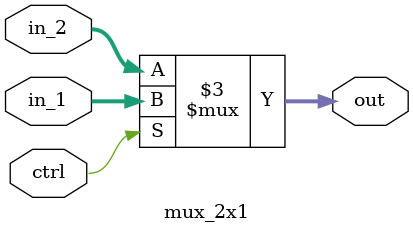
<source format=v>
module mux_2x1 #(parameter data_width = 32) (input [data_width - 1 : 0] in_1,    // input
                                         input [data_width - 1 : 0] in_2,    // input
                                         input ctrl,                      //control input
                                         output reg [data_width - 1 : 0] out  ); // output
    always @(*) begin
        if (ctrl) begin
            out = in_1;
        end
        else begin
            out = in_2;
        end
    end

endmodule

</source>
